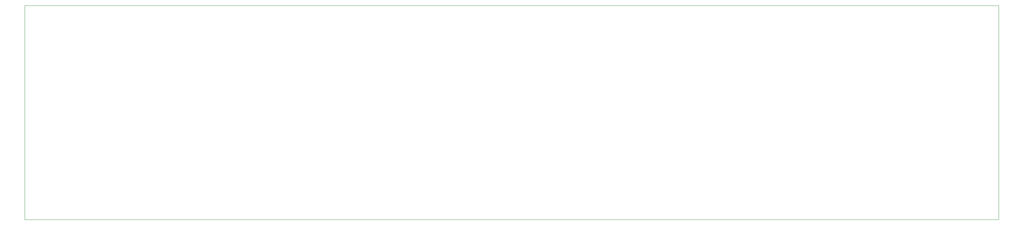
<source format=gbr>
%TF.GenerationSoftware,KiCad,Pcbnew,(6.0.10)*%
%TF.CreationDate,2023-04-08T13:18:27+03:00*%
%TF.ProjectId,DelSol_Mixer,44656c53-6f6c-45f4-9d69-7865722e6b69,rev?*%
%TF.SameCoordinates,Original*%
%TF.FileFunction,Profile,NP*%
%FSLAX46Y46*%
G04 Gerber Fmt 4.6, Leading zero omitted, Abs format (unit mm)*
G04 Created by KiCad (PCBNEW (6.0.10)) date 2023-04-08 13:18:27*
%MOMM*%
%LPD*%
G01*
G04 APERTURE LIST*
%TA.AperFunction,Profile*%
%ADD10C,0.100000*%
%TD*%
G04 APERTURE END LIST*
D10*
X12700000Y-12700000D02*
X266700000Y-12700000D01*
X266700000Y-12700000D02*
X266700000Y-68580000D01*
X266700000Y-68580000D02*
X12700000Y-68580000D01*
X12700000Y-68580000D02*
X12700000Y-12700000D01*
M02*

</source>
